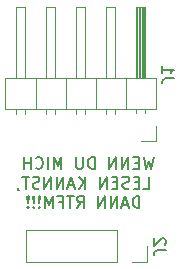
<source format=gbr>
%TF.GenerationSoftware,KiCad,Pcbnew,(5.1.6-0-10_14)*%
%TF.CreationDate,2021-05-10T19:57:21+02:00*%
%TF.ProjectId,GPS_adapter,4750535f-6164-4617-9074-65722e6b6963,rev?*%
%TF.SameCoordinates,Original*%
%TF.FileFunction,Legend,Bot*%
%TF.FilePolarity,Positive*%
%FSLAX46Y46*%
G04 Gerber Fmt 4.6, Leading zero omitted, Abs format (unit mm)*
G04 Created by KiCad (PCBNEW (5.1.6-0-10_14)) date 2021-05-10 19:57:21*
%MOMM*%
%LPD*%
G01*
G04 APERTURE LIST*
%ADD10C,0.150000*%
%ADD11C,0.120000*%
G04 APERTURE END LIST*
D10*
X148676571Y-94576380D02*
X148438476Y-95576380D01*
X148248000Y-94862095D01*
X148057523Y-95576380D01*
X147819428Y-94576380D01*
X147438476Y-95052571D02*
X147105142Y-95052571D01*
X146962285Y-95576380D02*
X147438476Y-95576380D01*
X147438476Y-94576380D01*
X146962285Y-94576380D01*
X146533714Y-95576380D02*
X146533714Y-94576380D01*
X145962285Y-95576380D01*
X145962285Y-94576380D01*
X145486095Y-95576380D02*
X145486095Y-94576380D01*
X144914666Y-95576380D01*
X144914666Y-94576380D01*
X143676571Y-95576380D02*
X143676571Y-94576380D01*
X143438476Y-94576380D01*
X143295619Y-94624000D01*
X143200380Y-94719238D01*
X143152761Y-94814476D01*
X143105142Y-95004952D01*
X143105142Y-95147809D01*
X143152761Y-95338285D01*
X143200380Y-95433523D01*
X143295619Y-95528761D01*
X143438476Y-95576380D01*
X143676571Y-95576380D01*
X142676571Y-94576380D02*
X142676571Y-95385904D01*
X142628952Y-95481142D01*
X142581333Y-95528761D01*
X142486095Y-95576380D01*
X142295619Y-95576380D01*
X142200380Y-95528761D01*
X142152761Y-95481142D01*
X142105142Y-95385904D01*
X142105142Y-94576380D01*
X140867047Y-95576380D02*
X140867047Y-94576380D01*
X140533714Y-95290666D01*
X140200380Y-94576380D01*
X140200380Y-95576380D01*
X139724190Y-95576380D02*
X139724190Y-94576380D01*
X138676571Y-95481142D02*
X138724190Y-95528761D01*
X138867047Y-95576380D01*
X138962285Y-95576380D01*
X139105142Y-95528761D01*
X139200380Y-95433523D01*
X139248000Y-95338285D01*
X139295619Y-95147809D01*
X139295619Y-95004952D01*
X139248000Y-94814476D01*
X139200380Y-94719238D01*
X139105142Y-94624000D01*
X138962285Y-94576380D01*
X138867047Y-94576380D01*
X138724190Y-94624000D01*
X138676571Y-94671619D01*
X138248000Y-95576380D02*
X138248000Y-94576380D01*
X138248000Y-95052571D02*
X137676571Y-95052571D01*
X137676571Y-95576380D02*
X137676571Y-94576380D01*
X147795619Y-97226380D02*
X148271809Y-97226380D01*
X148271809Y-96226380D01*
X147462285Y-96702571D02*
X147128952Y-96702571D01*
X146986095Y-97226380D02*
X147462285Y-97226380D01*
X147462285Y-96226380D01*
X146986095Y-96226380D01*
X146605142Y-97178761D02*
X146462285Y-97226380D01*
X146224190Y-97226380D01*
X146128952Y-97178761D01*
X146081333Y-97131142D01*
X146033714Y-97035904D01*
X146033714Y-96940666D01*
X146081333Y-96845428D01*
X146128952Y-96797809D01*
X146224190Y-96750190D01*
X146414666Y-96702571D01*
X146509904Y-96654952D01*
X146557523Y-96607333D01*
X146605142Y-96512095D01*
X146605142Y-96416857D01*
X146557523Y-96321619D01*
X146509904Y-96274000D01*
X146414666Y-96226380D01*
X146176571Y-96226380D01*
X146033714Y-96274000D01*
X145605142Y-96702571D02*
X145271809Y-96702571D01*
X145128952Y-97226380D02*
X145605142Y-97226380D01*
X145605142Y-96226380D01*
X145128952Y-96226380D01*
X144700380Y-97226380D02*
X144700380Y-96226380D01*
X144128952Y-97226380D01*
X144128952Y-96226380D01*
X142890857Y-97226380D02*
X142890857Y-96226380D01*
X142319428Y-97226380D02*
X142748000Y-96654952D01*
X142319428Y-96226380D02*
X142890857Y-96797809D01*
X141938476Y-96940666D02*
X141462285Y-96940666D01*
X142033714Y-97226380D02*
X141700380Y-96226380D01*
X141367047Y-97226380D01*
X141033714Y-97226380D02*
X141033714Y-96226380D01*
X140462285Y-97226380D01*
X140462285Y-96226380D01*
X139986095Y-97226380D02*
X139986095Y-96226380D01*
X139414666Y-97226380D01*
X139414666Y-96226380D01*
X138986095Y-97178761D02*
X138843238Y-97226380D01*
X138605142Y-97226380D01*
X138509904Y-97178761D01*
X138462285Y-97131142D01*
X138414666Y-97035904D01*
X138414666Y-96940666D01*
X138462285Y-96845428D01*
X138509904Y-96797809D01*
X138605142Y-96750190D01*
X138795619Y-96702571D01*
X138890857Y-96654952D01*
X138938476Y-96607333D01*
X138986095Y-96512095D01*
X138986095Y-96416857D01*
X138938476Y-96321619D01*
X138890857Y-96274000D01*
X138795619Y-96226380D01*
X138557523Y-96226380D01*
X138414666Y-96274000D01*
X138128952Y-96226380D02*
X137557523Y-96226380D01*
X137843238Y-97226380D02*
X137843238Y-96226380D01*
X137176571Y-97178761D02*
X137176571Y-97226380D01*
X137224190Y-97321619D01*
X137271809Y-97369238D01*
X147462285Y-98876380D02*
X147462285Y-97876380D01*
X147224190Y-97876380D01*
X147081333Y-97924000D01*
X146986095Y-98019238D01*
X146938476Y-98114476D01*
X146890857Y-98304952D01*
X146890857Y-98447809D01*
X146938476Y-98638285D01*
X146986095Y-98733523D01*
X147081333Y-98828761D01*
X147224190Y-98876380D01*
X147462285Y-98876380D01*
X146509904Y-98590666D02*
X146033714Y-98590666D01*
X146605142Y-98876380D02*
X146271809Y-97876380D01*
X145938476Y-98876380D01*
X145605142Y-98876380D02*
X145605142Y-97876380D01*
X145033714Y-98876380D01*
X145033714Y-97876380D01*
X144557523Y-98876380D02*
X144557523Y-97876380D01*
X143986095Y-98876380D01*
X143986095Y-97876380D01*
X142176571Y-98876380D02*
X142509904Y-98400190D01*
X142748000Y-98876380D02*
X142748000Y-97876380D01*
X142367047Y-97876380D01*
X142271809Y-97924000D01*
X142224190Y-97971619D01*
X142176571Y-98066857D01*
X142176571Y-98209714D01*
X142224190Y-98304952D01*
X142271809Y-98352571D01*
X142367047Y-98400190D01*
X142748000Y-98400190D01*
X141890857Y-97876380D02*
X141319428Y-97876380D01*
X141605142Y-98876380D02*
X141605142Y-97876380D01*
X140652761Y-98352571D02*
X140986095Y-98352571D01*
X140986095Y-98876380D02*
X140986095Y-97876380D01*
X140509904Y-97876380D01*
X140128952Y-98876380D02*
X140128952Y-97876380D01*
X139795619Y-98590666D01*
X139462285Y-97876380D01*
X139462285Y-98876380D01*
X138986095Y-98781142D02*
X138938476Y-98828761D01*
X138986095Y-98876380D01*
X139033714Y-98828761D01*
X138986095Y-98781142D01*
X138986095Y-98876380D01*
X138986095Y-98495428D02*
X139033714Y-97924000D01*
X138986095Y-97876380D01*
X138938476Y-97924000D01*
X138986095Y-98495428D01*
X138986095Y-97876380D01*
X138509904Y-98781142D02*
X138462285Y-98828761D01*
X138509904Y-98876380D01*
X138557523Y-98828761D01*
X138509904Y-98781142D01*
X138509904Y-98876380D01*
X138509904Y-98495428D02*
X138557523Y-97924000D01*
X138509904Y-97876380D01*
X138462285Y-97924000D01*
X138509904Y-98495428D01*
X138509904Y-97876380D01*
X138033714Y-98781142D02*
X137986095Y-98828761D01*
X138033714Y-98876380D01*
X138081333Y-98828761D01*
X138033714Y-98781142D01*
X138033714Y-98876380D01*
X138033714Y-98495428D02*
X138081333Y-97924000D01*
X138033714Y-97876380D01*
X137986095Y-97924000D01*
X138033714Y-98495428D01*
X138033714Y-97876380D01*
D11*
%TO.C,J2*%
X148142000Y-103438000D02*
X148142000Y-102108000D01*
X146812000Y-103438000D02*
X148142000Y-103438000D01*
X145542000Y-103438000D02*
X145542000Y-100778000D01*
X145542000Y-100778000D02*
X137862000Y-100778000D01*
X145542000Y-103438000D02*
X137862000Y-103438000D01*
X137862000Y-103438000D02*
X137862000Y-100778000D01*
%TO.C,J1*%
X148844000Y-93218000D02*
X148844000Y-91948000D01*
X147574000Y-93218000D02*
X148844000Y-93218000D01*
X137034000Y-90905071D02*
X137034000Y-90508000D01*
X137794000Y-90905071D02*
X137794000Y-90508000D01*
X137034000Y-81848000D02*
X137034000Y-87848000D01*
X137794000Y-81848000D02*
X137034000Y-81848000D01*
X137794000Y-87848000D02*
X137794000Y-81848000D01*
X138684000Y-90508000D02*
X138684000Y-87848000D01*
X139574000Y-90905071D02*
X139574000Y-90508000D01*
X140334000Y-90905071D02*
X140334000Y-90508000D01*
X139574000Y-81848000D02*
X139574000Y-87848000D01*
X140334000Y-81848000D02*
X139574000Y-81848000D01*
X140334000Y-87848000D02*
X140334000Y-81848000D01*
X141224000Y-90508000D02*
X141224000Y-87848000D01*
X142114000Y-90905071D02*
X142114000Y-90508000D01*
X142874000Y-90905071D02*
X142874000Y-90508000D01*
X142114000Y-81848000D02*
X142114000Y-87848000D01*
X142874000Y-81848000D02*
X142114000Y-81848000D01*
X142874000Y-87848000D02*
X142874000Y-81848000D01*
X143764000Y-90508000D02*
X143764000Y-87848000D01*
X144654000Y-90905071D02*
X144654000Y-90508000D01*
X145414000Y-90905071D02*
X145414000Y-90508000D01*
X144654000Y-81848000D02*
X144654000Y-87848000D01*
X145414000Y-81848000D02*
X144654000Y-81848000D01*
X145414000Y-87848000D02*
X145414000Y-81848000D01*
X146304000Y-90508000D02*
X146304000Y-87848000D01*
X147194000Y-90838000D02*
X147194000Y-90508000D01*
X147954000Y-90838000D02*
X147954000Y-90508000D01*
X147294000Y-87848000D02*
X147294000Y-81848000D01*
X147414000Y-87848000D02*
X147414000Y-81848000D01*
X147534000Y-87848000D02*
X147534000Y-81848000D01*
X147654000Y-87848000D02*
X147654000Y-81848000D01*
X147774000Y-87848000D02*
X147774000Y-81848000D01*
X147894000Y-87848000D02*
X147894000Y-81848000D01*
X147194000Y-81848000D02*
X147194000Y-87848000D01*
X147954000Y-81848000D02*
X147194000Y-81848000D01*
X147954000Y-87848000D02*
X147954000Y-81848000D01*
X148904000Y-87848000D02*
X148904000Y-90508000D01*
X136084000Y-87848000D02*
X148904000Y-87848000D01*
X136084000Y-90508000D02*
X136084000Y-87848000D01*
X148904000Y-90508000D02*
X136084000Y-90508000D01*
%TO.C,J2*%
D10*
X149689619Y-102441333D02*
X148975333Y-102441333D01*
X148832476Y-102488952D01*
X148737238Y-102584190D01*
X148689619Y-102727047D01*
X148689619Y-102822285D01*
X149594380Y-102012761D02*
X149642000Y-101965142D01*
X149689619Y-101869904D01*
X149689619Y-101631809D01*
X149642000Y-101536571D01*
X149594380Y-101488952D01*
X149499142Y-101441333D01*
X149403904Y-101441333D01*
X149261047Y-101488952D01*
X148689619Y-102060380D01*
X148689619Y-101441333D01*
%TO.C,J1*%
X150391619Y-87896333D02*
X149677333Y-87896333D01*
X149534476Y-87943952D01*
X149439238Y-88039190D01*
X149391619Y-88182047D01*
X149391619Y-88277285D01*
X149391619Y-86896333D02*
X149391619Y-87467761D01*
X149391619Y-87182047D02*
X150391619Y-87182047D01*
X150248761Y-87277285D01*
X150153523Y-87372523D01*
X150105904Y-87467761D01*
%TD*%
M02*

</source>
